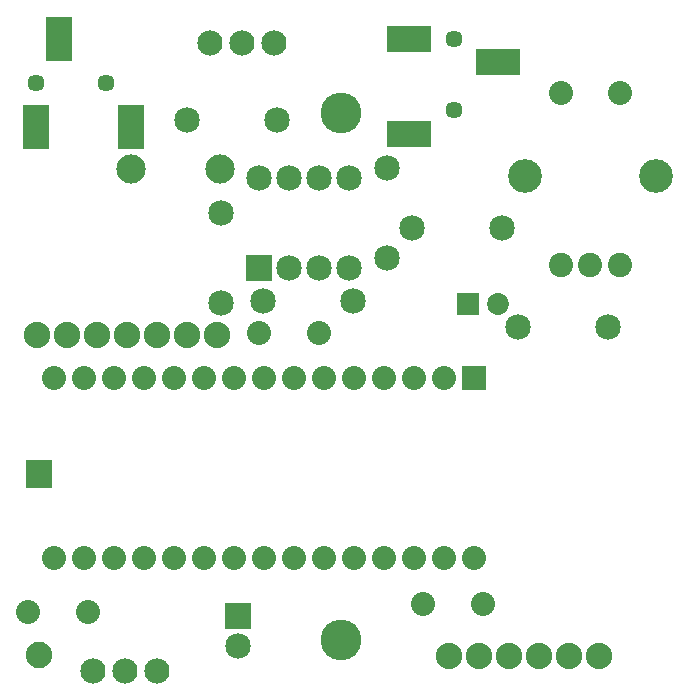
<source format=gts>
G04 MADE WITH FRITZING*
G04 WWW.FRITZING.ORG*
G04 DOUBLE SIDED*
G04 HOLES PLATED*
G04 CONTOUR ON CENTER OF CONTOUR VECTOR*
%ASAXBY*%
%FSLAX23Y23*%
%MOIN*%
%OFA0B0*%
%SFA1.0B1.0*%
%ADD10C,0.097500*%
%ADD11C,0.057244*%
%ADD12C,0.088000*%
%ADD13C,0.085000*%
%ADD14C,0.072992*%
%ADD15C,0.080000*%
%ADD16C,0.088477*%
%ADD17C,0.080866*%
%ADD18C,0.112677*%
%ADD19C,0.084000*%
%ADD20C,0.135984*%
%ADD21R,0.088743X0.147795*%
%ADD22R,0.088740X0.147795*%
%ADD23R,0.147795X0.088743*%
%ADD24R,0.147795X0.088740*%
%ADD25R,0.085000X0.085000*%
%ADD26R,0.072992X0.072992*%
%ADD27R,0.088478X0.097724*%
%ADD28R,0.080000X0.079972*%
%LNMASK1*%
G90*
G70*
G54D10*
X411Y1880D03*
X706Y1880D03*
G54D11*
X92Y2167D03*
X328Y2167D03*
X1485Y2314D03*
X1485Y2077D03*
G54D12*
X1469Y255D03*
X1569Y255D03*
X1669Y255D03*
X1769Y255D03*
X1869Y255D03*
X1969Y255D03*
X98Y1327D03*
X198Y1327D03*
X298Y1327D03*
X398Y1327D03*
X498Y1327D03*
X598Y1327D03*
X698Y1327D03*
G54D13*
X836Y1549D03*
X836Y1849D03*
X936Y1549D03*
X936Y1849D03*
X1036Y1549D03*
X1036Y1849D03*
X1136Y1549D03*
X1136Y1849D03*
G54D14*
X1534Y1431D03*
X1633Y1431D03*
G54D13*
X897Y2042D03*
X597Y2042D03*
G54D15*
X835Y1334D03*
X1035Y1334D03*
G54D13*
X1645Y1682D03*
X1345Y1682D03*
X1263Y1882D03*
X1263Y1582D03*
X2000Y1352D03*
X1700Y1352D03*
X711Y1434D03*
X711Y1734D03*
X850Y1438D03*
X1150Y1438D03*
G54D16*
X102Y259D03*
X102Y865D03*
X102Y259D03*
X102Y865D03*
G54D17*
X1843Y1561D03*
X1941Y1561D03*
X2039Y1561D03*
G54D15*
X1842Y2132D03*
X2039Y2132D03*
G54D18*
X1723Y1856D03*
X2160Y1856D03*
G54D19*
X886Y2298D03*
X779Y2298D03*
X672Y2298D03*
X886Y2298D03*
X779Y2298D03*
X672Y2298D03*
X282Y207D03*
X389Y207D03*
X496Y207D03*
X282Y207D03*
X389Y207D03*
X496Y207D03*
G54D13*
X766Y389D03*
X766Y289D03*
G54D20*
X1109Y2066D03*
X1109Y308D03*
G54D15*
X1552Y1183D03*
X1452Y1183D03*
X1352Y1183D03*
X1252Y1183D03*
X1152Y1183D03*
X1052Y1183D03*
X952Y1183D03*
X852Y1183D03*
X752Y1183D03*
X652Y1183D03*
X552Y1183D03*
X452Y1183D03*
X352Y1183D03*
X252Y1183D03*
X152Y1183D03*
X1552Y583D03*
X1452Y583D03*
X1352Y583D03*
X1252Y583D03*
X1152Y583D03*
X1052Y583D03*
X952Y583D03*
X852Y583D03*
X752Y583D03*
X652Y583D03*
X552Y583D03*
X452Y583D03*
X352Y583D03*
X252Y583D03*
X152Y583D03*
X1584Y429D03*
X1384Y429D03*
X268Y404D03*
X68Y404D03*
G54D21*
X92Y2018D03*
G54D22*
X410Y2018D03*
G54D21*
X171Y2314D03*
G54D23*
X1337Y2313D03*
G54D24*
X1337Y1995D03*
G54D23*
X1632Y2235D03*
G54D25*
X836Y1549D03*
G54D26*
X1534Y1431D03*
G54D27*
X102Y864D03*
X102Y864D03*
G54D25*
X766Y389D03*
G54D28*
X1552Y1183D03*
G04 End of Mask1*
M02*
</source>
